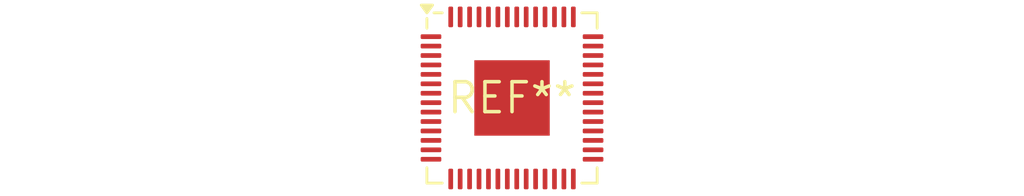
<source format=kicad_pcb>
(kicad_pcb (version 20240108) (generator pcbnew)
  (layers (0 "F.Cu" signal) (31 "B.Cu" signal) (34 "B.Paste" user) (35 "F.Paste" user) (36 "B.SilkS" user "B.Silkscreen") (37 "F.SilkS" user "F.Silkscreen") (38 "B.Mask" user) (39 "F.Mask" user) (44 "Edge.Cuts" user))
  (net 0 "")
  (footprint "QFN-56-1EP_7x7mm_P0.4mm_EP3.2x3.2mm" (layer "F.Cu") (at 0 0)
    (property "Reference" "REF**")
    (property "Value" "QFN-56-1EP_7x7mm_P0.4mm_EP3.2x3.2mm")
    (fp_line (start -3.61 -2.96) (end -3.61 -3.37) (layer "F.SilkS") (stroke (width 0.12)))
    (fp_line (start -3.61 3.61) (end -3.61 2.96) (layer "F.SilkS") (stroke (width 0.12)))
    (fp_line (start -2.96 -3.61) (end -3.31 -3.61) (layer "F.SilkS") (stroke (width 0.12)))
    (fp_line (start -2.96 3.61) (end -3.61 3.61) (layer "F.SilkS") (stroke (width 0.12)))
    (fp_line (start 2.96 -3.61) (end 3.61 -3.61) (layer "F.SilkS") (stroke (width 0.12)))
    (fp_line (start 2.96 3.61) (end 3.61 3.61) (layer "F.SilkS") (stroke (width 0.12)))
    (fp_line (start 3.61 -3.61) (end 3.61 -2.96) (layer "F.SilkS") (stroke (width 0.12)))
    (fp_line (start 3.61 3.61) (end 3.61 2.96) (layer "F.SilkS") (stroke (width 0.12)))
    (fp_poly (pts (xy -3.61 -3.61) (xy -3.85 -3.94) (xy -3.37 -3.94) (xy -3.61 -3.61)) (layer "F.SilkS") (stroke (width 0.12)) (fill solid))
    (pad "1" smd roundrect (at -3.4375 -2.6) (size 0.875 0.2) (layers "F.Cu" "F.Paste" "F.Mask"))
    (pad "2" smd roundrect (at -3.4375 -2.2) (size 0.875 0.2) (layers "F.Cu" "F.Paste" "F.Mask"))
    (pad "3" smd roundrect (at -3.4375 -1.8) (size 0.875 0.2) (layers "F.Cu" "F.Paste" "F.Mask"))
    (pad "4" smd roundrect (at -3.4375 -1.4) (size 0.875 0.2) (layers "F.Cu" "F.Paste" "F.Mask"))
    (pad "5" smd roundrect (at -3.4375 -1) (size 0.875 0.2) (layers "F.Cu" "F.Paste" "F.Mask"))
    (pad "6" smd roundrect (at -3.4375 -0.6) (size 0.875 0.2) (layers "F.Cu" "F.Paste" "F.Mask"))
    (pad "7" smd roundrect (at -3.4375 -0.2) (size 0.875 0.2) (layers "F.Cu" "F.Paste" "F.Mask"))
    (pad "8" smd roundrect (at -3.4375 0.2) (size 0.875 0.2) (layers "F.Cu" "F.Paste" "F.Mask"))
    (pad "9" smd roundrect (at -3.4375 0.6) (size 0.875 0.2) (layers "F.Cu" "F.Paste" "F.Mask"))
    (pad "10" smd roundrect (at -3.4375 1) (size 0.875 0.2) (layers "F.Cu" "F.Paste" "F.Mask"))
    (pad "11" smd roundrect (at -3.4375 1.4) (size 0.875 0.2) (layers "F.Cu" "F.Paste" "F.Mask"))
    (pad "12" smd roundrect (at -3.4375 1.8) (size 0.875 0.2) (layers "F.Cu" "F.Paste" "F.Mask"))
    (pad "13" smd roundrect (at -3.4375 2.2) (size 0.875 0.2) (layers "F.Cu" "F.Paste" "F.Mask"))
    (pad "14" smd roundrect (at -3.4375 2.6) (size 0.875 0.2) (layers "F.Cu" "F.Paste" "F.Mask"))
    (pad "15" smd roundrect (at -2.6 3.4375) (size 0.2 0.875) (layers "F.Cu" "F.Paste" "F.Mask"))
    (pad "16" smd roundrect (at -2.2 3.4375) (size 0.2 0.875) (layers "F.Cu" "F.Paste" "F.Mask"))
    (pad "17" smd roundrect (at -1.8 3.4375) (size 0.2 0.875) (layers "F.Cu" "F.Paste" "F.Mask"))
    (pad "18" smd roundrect (at -1.4 3.4375) (size 0.2 0.875) (layers "F.Cu" "F.Paste" "F.Mask"))
    (pad "19" smd roundrect (at -1 3.4375) (size 0.2 0.875) (layers "F.Cu" "F.Paste" "F.Mask"))
    (pad "20" smd roundrect (at -0.6 3.4375) (size 0.2 0.875) (layers "F.Cu" "F.Paste" "F.Mask"))
    (pad "21" smd roundrect (at -0.2 3.4375) (size 0.2 0.875) (layers "F.Cu" "F.Paste" "F.Mask"))
    (pad "22" smd roundrect (at 0.2 3.4375) (size 0.2 0.875) (layers "F.Cu" "F.Paste" "F.Mask"))
    (pad "23" smd roundrect (at 0.6 3.4375) (size 0.2 0.875) (layers "F.Cu" "F.Paste" "F.Mask"))
    (pad "24" smd roundrect (at 1 3.4375) (size 0.2 0.875) (layers "F.Cu" "F.Paste" "F.Mask"))
    (pad "25" smd roundrect (at 1.4 3.4375) (size 0.2 0.875) (layers "F.Cu" "F.Paste" "F.Mask"))
    (pad "26" smd roundrect (at 1.8 3.4375) (size 0.2 0.875) (layers "F.Cu" "F.Paste" "F.Mask"))
    (pad "27" smd roundrect (at 2.2 3.4375) (size 0.2 0.875) (layers "F.Cu" "F.Paste" "F.Mask"))
    (pad "28" smd roundrect (at 2.6 3.4375) (size 0.2 0.875) (layers "F.Cu" "F.Paste" "F.Mask"))
    (pad "29" smd roundrect (at 3.4375 2.6) (size 0.875 0.2) (layers "F.Cu" "F.Paste" "F.Mask"))
    (pad "30" smd roundrect (at 3.4375 2.2) (size 0.875 0.2) (layers "F.Cu" "F.Paste" "F.Mask"))
    (pad "31" smd roundrect (at 3.4375 1.8) (size 0.875 0.2) (layers "F.Cu" "F.Paste" "F.Mask"))
    (pad "32" smd roundrect (at 3.4375 1.4) (size 0.875 0.2) (layers "F.Cu" "F.Paste" "F.Mask"))
    (pad "33" smd roundrect (at 3.4375 1) (size 0.875 0.2) (layers "F.Cu" "F.Paste" "F.Mask"))
    (pad "34" smd roundrect (at 3.4375 0.6) (size 0.875 0.2) (layers "F.Cu" "F.Paste" "F.Mask"))
    (pad "35" smd roundrect (at 3.4375 0.2) (size 0.875 0.2) (layers "F.Cu" "F.Paste" "F.Mask"))
    (pad "36" smd roundrect (at 3.4375 -0.2) (size 0.875 0.2) (layers "F.Cu" "F.Paste" "F.Mask"))
    (pad "37" smd roundrect (at 3.4375 -0.6) (size 0.875 0.2) (layers "F.Cu" "F.Paste" "F.Mask"))
    (pad "38" smd roundrect (at 3.4375 -1) (size 0.875 0.2) (layers "F.Cu" "F.Paste" "F.Mask"))
    (pad "39" smd roundrect (at 3.4375 -1.4) (size 0.875 0.2) (layers "F.Cu" "F.Paste" "F.Mask"))
    (pad "40" smd roundrect (at 3.4375 -1.8) (size 0.875 0.2) (layers "F.Cu" "F.Paste" "F.Mask"))
    (pad "41" smd roundrect (at 3.4375 -2.2) (size 0.875 0.2) (layers "F.Cu" "F.Paste" "F.Mask"))
    (pad "42" smd roundrect (at 3.4375 -2.6) (size 0.875 0.2) (layers "F.Cu" "F.Paste" "F.Mask"))
    (pad "43" smd roundrect (at 2.6 -3.4375) (size 0.2 0.875) (layers "F.Cu" "F.Paste" "F.Mask"))
    (pad "44" smd roundrect (at 2.2 -3.4375) (size 0.2 0.875) (layers "F.Cu" "F.Paste" "F.Mask"))
    (pad "45" smd roundrect (at 1.8 -3.4375) (size 0.2 0.875) (layers "F.Cu" "F.Paste" "F.Mask"))
    (pad "46" smd roundrect (at 1.4 -3.4375) (size 0.2 0.875) (layers "F.Cu" "F.Paste" "F.Mask"))
    (pad "47" smd roundrect (at 1 -3.4375) (size 0.2 0.875) (layers "F.Cu" "F.Paste" "F.Mask"))
    (pad "48" smd roundrect (at 0.6 -3.4375) (size 0.2 0.875) (layers "F.Cu" "F.Paste" "F.Mask"))
    (pad "49" smd roundrect (at 0.2 -3.4375) (size 0.2 0.875) (layers "F.Cu" "F.Paste" "F.Mask"))
    (pad "50" smd roundrect (at -0.2 -3.4375) (size 0.2 0.875) (layers "F.Cu" "F.Paste" "F.Mask"))
    (pad "51" smd roundrect (at -0.6 -3.4375) (size 0.2 0.875) (layers "F.Cu" "F.Paste" "F.Mask"))
    (pad "52" smd roundrect (at -1 -3.4375) (size 0.2 0.875) (layers "F.Cu" "F.Paste" "F.Mask"))
    (pad "53" smd roundrect (at -1.4 -3.4375) (size 0.2 0.875) (layers "F.Cu" "F.Paste" "F.Mask"))
    (pad "54" smd roundrect (at -1.8 -3.4375) (size 0.2 0.875) (layers "F.Cu" "F.Paste" "F.Mask"))
    (pad "55" smd roundrect (at -2.2 -3.4375) (size 0.2 0.875) (layers "F.Cu" "F.Paste" "F.Mask"))
    (pad "56" smd roundrect (at -2.6 -3.4375) (size 0.2 0.875) (layers "F.Cu" "F.Paste" "F.Mask"))
    (pad "57" smd rect (at 0 0) (size 3.2 3.2) (property pad_prop_heatsink) (layers "F.Cu" "F.Mask"))
  )
)
</source>
